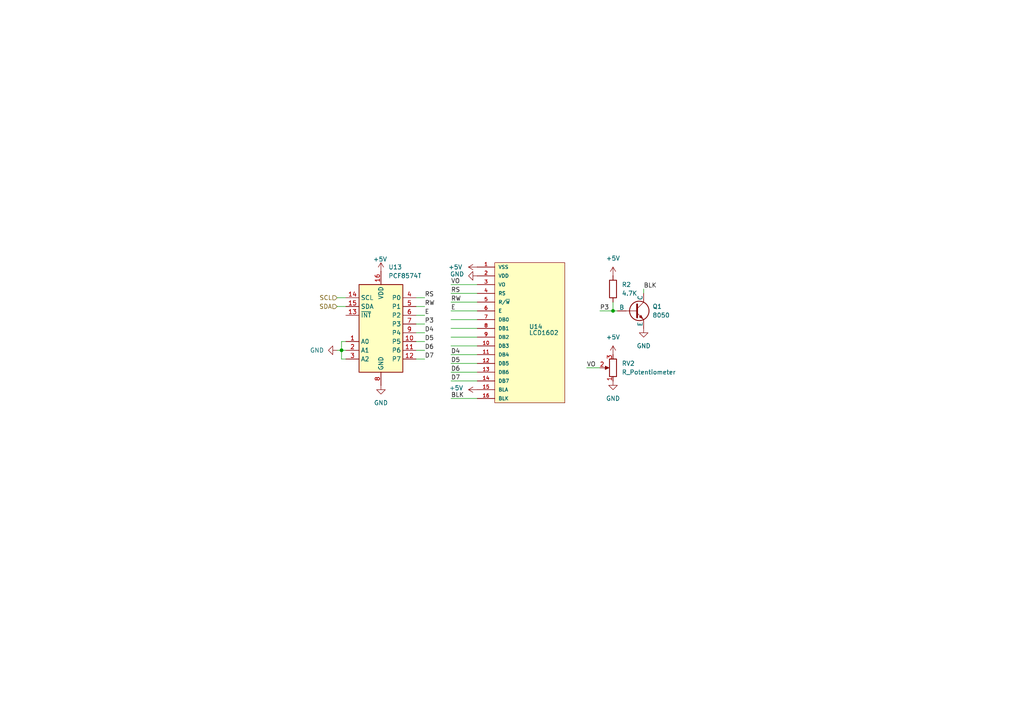
<source format=kicad_sch>
(kicad_sch (version 20250114) (generator "eeschema") (generator_version "9.0")
  (paper "A4")
  (title_block (title "I2C-Serial-Interface-1602-LCD-Module"))
  (lib_symbols
    (symbol "Device:R" (pin_numbers (hide yes)) (pin_names (offset 0))
      (property "Reference" "R" (at 2.032 0 90))
      (property "Value" "R" (at 0 0 90))
      (symbol "R_0_1"
        (rectangle (start -1.016 -2.54) (end 1.016 2.54) (stroke (width 0.254)))
      )
      (symbol "R_1_1"
        (pin passive line (at 0 3.81 270) (length 1.27) (name "~") (number "1"))
        (pin passive line (at 0 -3.81 90) (length 1.27) (name "~") (number "2"))
      )
    )
    (symbol "Device:R_Potentiometer" (pin_names (offset 1.016) (hide yes))
      (property "Reference" "RV" (at -4.445 0 90))
      (property "Value" "R_Potentiometer" (at -2.54 0 90))
      (symbol "R_Potentiometer_0_1"
        (rectangle (start 1.016 2.54) (end -1.016 -2.54) (stroke (width 0.254)))
        (polyline (pts (xy 1.143 0) (xy 2.286 0.508) (xy 2.286 -0.508) (xy 1.143 0)) (fill (type outline)))
        (polyline (pts (xy 2.54 0) (xy 1.524 0)))
      )
      (symbol "R_Potentiometer_1_1"
        (pin passive line (at 0 3.81 270) (length 1.27) (name "1") (number "1"))
        (pin passive line (at 0 -3.81 90) (length 1.27) (name "3") (number "3"))
        (pin passive line (at 3.81 0 180) (length 1.27) (name "2") (number "2"))
      )
    )
    (symbol "Interface_Expansion:PCF8574T"
      (property "Reference" "U" (at -6.35 12.954 0))
      (property "Value" "PCF8574T" (at 3.048 12.954 0))
      (symbol "PCF8574T_0_1"
        (rectangle (start -6.35 -13.97) (end 6.35 11.43) (stroke (width 0.254)) (fill (type background)))
      )
      (symbol "PCF8574T_1_1"
        (pin input line (at -10.16 7.62 0) (length 3.81) (name "SCL") (number "14"))
        (pin bidirectional line (at -10.16 5.08 0) (length 3.81) (name "SDA") (number "15"))
        (pin open_collector line (at -10.16 2.54 0) (length 3.81) (name "~{INT}") (number "13"))
        (pin input line (at -10.16 -5.08 0) (length 3.81) (name "A0") (number "1"))
        (pin input line (at -10.16 -7.62 0) (length 3.81) (name "A1") (number "2"))
        (pin input line (at -10.16 -10.16 0) (length 3.81) (name "A2") (number "3"))
        (pin power_in line (at 0 15.24 270) (length 3.81) (name "VDD") (number "16"))
        (pin power_in line (at 0 -17.78 90) (length 3.81) (name "GND") (number "8"))
        (pin bidirectional line (at 10.16 7.62 180) (length 3.81) (name "P0") (number "4"))
        (pin bidirectional line (at 10.16 5.08 180) (length 3.81) (name "P1") (number "5"))
        (pin bidirectional line (at 10.16 2.54 180) (length 3.81) (name "P2") (number "6"))
        (pin bidirectional line (at 10.16 0 180) (length 3.81) (name "P3") (number "7"))
        (pin bidirectional line (at 10.16 -2.54 180) (length 3.81) (name "P4") (number "9"))
        (pin bidirectional line (at 10.16 -5.08 180) (length 3.81) (name "P5") (number "10"))
        (pin bidirectional line (at 10.16 -7.62 180) (length 3.81) (name "P6") (number "11"))
        (pin bidirectional line (at 10.16 -10.16 180) (length 3.81) (name "P7") (number "12"))
      )
    )
    (symbol "LCD1602:LCD1602" (pin_names (offset 1.016))
      (property "Reference" "U" (at -10.16 21.082 0))
      (property "Value" "LCD1602" (at -10.16 -22.86 0))
      (symbol "LCD1602_0_0"
        (rectangle (start -10.16 20.32) (end 10.16 -20.32) (stroke (width 0.1524)) (fill (type background)))
        (pin power_in line (at -15.24 16.51 0) (length 5.08) (name "VDD") (number "2"))
        (pin input line (at -15.24 13.97 0) (length 5.08) (name "VO") (number "3"))
        (pin bidirectional line (at -15.24 11.43 0) (length 5.08) (name "RS") (number "4"))
        (pin bidirectional line (at -15.24 8.89 0) (length 5.08) (name "R/~{W}") (number "5"))
        (pin input line (at -15.24 6.35 0) (length 5.08) (name "E") (number "6"))
        (pin bidirectional line (at -15.24 3.81 0) (length 5.08) (name "DB0") (number "7"))
        (pin bidirectional line (at -15.24 1.27 0) (length 5.08) (name "DB1") (number "8"))
        (pin bidirectional line (at -15.24 -1.27 0) (length 5.08) (name "DB2") (number "9"))
        (pin bidirectional line (at -15.24 -3.81 0) (length 5.08) (name "DB3") (number "10"))
        (pin bidirectional line (at -15.24 -6.35 0) (length 5.08) (name "DB4") (number "11"))
        (pin bidirectional line (at -15.24 -8.89 0) (length 5.08) (name "DB5") (number "12"))
        (pin bidirectional line (at -15.24 -11.43 0) (length 5.08) (name "DB6") (number "13"))
        (pin bidirectional line (at -15.24 -13.97 0) (length 5.08) (name "DB7") (number "14"))
      )
      (symbol "LCD1602_1_0"
        (pin power_in line (at -15.24 19.05 0) (length 5.08) (name "VSS") (number "1"))
        (pin output line (at -15.24 -16.51 0) (length 5.08) (name "BLA") (number "15"))
        (pin output line (at -15.24 -19.05 0) (length 5.08) (name "BLK") (number "16"))
      )
    )
    (symbol "Transistor_BJT:S8050" (pin_numbers (hide yes)) (pin_names (offset 0))
      (property "Reference" "Q" (at 5.08 1.905 0))
      (property "Value" "S8050" (at 5.08 0 0))
      (symbol "S8050_0_1"
        (polyline (pts (xy -2.54 0) (xy 0.635 0)))
        (polyline (pts (xy 0.635 1.905) (xy 0.635 -1.905)) (stroke (width 0.508)))
        (circle (center 1.27 0) (radius 2.8194) (stroke (width 0.254)))
      )
      (symbol "S8050_1_1"
        (polyline (pts (xy 0.635 0.635) (xy 2.54 2.54)))
        (polyline (pts (xy 0.635 -0.635) (xy 2.54 -2.54)))
        (polyline (pts (xy 1.27 -1.778) (xy 1.778 -1.27) (xy 2.286 -2.286) (xy 1.27 -1.778)) (fill (type outline)))
        (pin input line (at -5.08 0 0) (length 2.54) (name "B") (number "2"))
        (pin passive line (at 2.54 5.08 270) (length 2.54) (name "C") (number "3"))
        (pin passive line (at 2.54 -5.08 90) (length 2.54) (name "E") (number "1"))
      )
    )
    (symbol "power:+5V" (power) (pin_numbers (hide yes)) (pin_names (offset 0) (hide yes))
      (property "Value" "+5V" (at 0 3.556 0))
      (symbol "+5V_0_1"
        (polyline (pts (xy -0.762 1.27) (xy 0 2.54)))
        (polyline (pts (xy 0 2.54) (xy 0.762 1.27)))
        (polyline (pts (xy 0 0) (xy 0 2.54)))
      )
      (symbol "+5V_1_1"
        (pin power_in line (at 0 0 90) (length 0) (name "~") (number "1"))
      )
    )
    (symbol "power:GND" (power) (pin_numbers (hide yes)) (pin_names (offset 0) (hide yes))
      (property "Value" "GND" (at 0 -3.81 0))
      (symbol "GND_0_1"
        (polyline (pts (xy 0 0) (xy 0 -1.27) (xy 1.27 -1.27) (xy 0 -2.54) (xy -1.27 -1.27) (xy 0 -1.27)))
      )
      (symbol "GND_1_1"
        (pin power_in line (at 0 0 270) (length 0) (name "~") (number "1"))
      )
    )
  )
  (junction (at 177.8 90.17))
  (junction (at 99.06 101.6))
  (wire (pts (xy 123.19 104.14) (xy 120.65 104.14)))
  (wire (pts (xy 170.18 106.68) (xy 173.99 106.68)))
  (wire (pts (xy 130.81 110.49) (xy 138.43 110.49)))
  (wire (pts (xy 123.19 91.44) (xy 120.65 91.44)))
  (wire (pts (xy 130.81 82.55) (xy 138.43 82.55)))
  (wire (pts (xy 130.81 97.79) (xy 138.43 97.79)))
  (wire (pts (xy 130.81 105.41) (xy 138.43 105.41)))
  (wire (pts (xy 123.19 93.98) (xy 120.65 93.98)))
  (wire (pts (xy 100.33 99.06) (xy 99.06 99.06)))
  (wire (pts (xy 179.07 90.17) (xy 177.8 90.17)))
  (wire (pts (xy 100.33 104.14) (xy 99.06 104.14)))
  (wire (pts (xy 186.69 83.82) (xy 186.69 85.09)))
  (wire (pts (xy 123.19 99.06) (xy 120.65 99.06)))
  (wire (pts (xy 123.19 88.9) (xy 120.65 88.9)))
  (wire (pts (xy 130.81 100.33) (xy 138.43 100.33)))
  (wire (pts (xy 97.79 86.36) (xy 100.33 86.36)))
  (wire (pts (xy 130.81 102.87) (xy 138.43 102.87)))
  (wire (pts (xy 99.06 101.6) (xy 100.33 101.6)))
  (wire (pts (xy 177.8 87.63) (xy 177.8 90.17)))
  (wire (pts (xy 130.81 87.63) (xy 138.43 87.63)))
  (wire (pts (xy 130.81 107.95) (xy 138.43 107.95)))
  (wire (pts (xy 99.06 99.06) (xy 99.06 101.6)))
  (wire (pts (xy 123.19 101.6) (xy 120.65 101.6)))
  (wire (pts (xy 99.06 101.6) (xy 97.79 101.6)))
  (wire (pts (xy 130.81 115.57) (xy 138.43 115.57)))
  (wire (pts (xy 99.06 104.14) (xy 99.06 101.6)))
  (wire (pts (xy 130.81 92.71) (xy 138.43 92.71)))
  (wire (pts (xy 130.81 90.17) (xy 138.43 90.17)))
  (wire (pts (xy 130.81 85.09) (xy 138.43 85.09)))
  (wire (pts (xy 173.99 90.17) (xy 177.8 90.17)))
  (wire (pts (xy 123.19 86.36) (xy 120.65 86.36)))
  (wire (pts (xy 130.81 95.25) (xy 138.43 95.25)))
  (wire (pts (xy 97.79 88.9) (xy 100.33 88.9)))
  (wire (pts (xy 123.19 96.52) (xy 120.65 96.52)))
  (label "RW" (at 130.81 87.63 0))
  (label "D6" (at 123.19 101.6 0))
  (label "BLK" (at 130.81 115.57 0))
  (label "D4" (at 130.81 102.87 0))
  (label "D5" (at 130.81 105.41 0))
  (label "D6" (at 130.81 107.95 0))
  (label "RS" (at 123.19 86.36 0))
  (label "RW" (at 123.19 88.9 0))
  (label "D7" (at 130.81 110.49 0))
  (label "D4" (at 123.19 96.52 0))
  (label "RS" (at 130.81 85.09 0))
  (label "D5" (at 123.19 99.06 0))
  (label "P3" (at 123.19 93.98 0))
  (label "E" (at 123.19 91.44 0))
  (label "E" (at 130.81 90.17 0))
  (label "D7" (at 123.19 104.14 0))
  (label "BLK" (at 186.69 83.82 0))
  (label "VO" (at 130.81 82.55 0))
  (label "P3" (at 173.99 90.17 0))
  (label "VO" (at 170.18 106.68 0))
  (hierarchical_label "SDA" (shape input) (at 97.79 88.9 180))
  (hierarchical_label "SCL" (shape input) (at 97.79 86.36 180))
  (symbol (lib_id "power:+5V") (at 138.43 113.03 90) (unit 1)
    (property "Reference" "#PWR016" (effects (hide yes)))
    (property "Value" "+5V" (at 134.366 112.522 90) (effects (justify left)))
    (property "Description" "Power symbol creates a global label with name \"+5V\"" (effects (hide yes)))
  )
  (symbol (lib_id "power:GND") (at 110.49 111.76 0) (unit 1)
    (property "Reference" "#PWR013" (effects (hide yes)))
    (property "Value" "GND" (at 110.49 116.84 0))
    (property "Description" "Power symbol creates a global label with name \"GND\" , ground" (effects (hide yes)))
  )
  (symbol (lib_id "power:+5V") (at 177.8 80.01 0) (unit 1)
    (property "Reference" "#PWR017" (effects (hide yes)))
    (property "Value" "+5V" (at 177.8 74.93 0))
    (property "Description" "Power symbol creates a global label with name \"+5V\"" (effects (hide yes)))
  )
  (symbol (lib_id "power:GND") (at 138.43 80.01 270) (unit 1)
    (property "Reference" "#PWR015" (effects (hide yes)))
    (property "Value" "GND" (at 134.62 79.502 90) (effects (justify right)))
    (property "Description" "Power symbol creates a global label with name \"GND\" , ground" (effects (hide yes)))
  )
  (symbol (lib_id "power:GND") (at 186.69 95.25 0) (unit 1)
    (property "Reference" "#PWR020" (effects (hide yes)))
    (property "Value" "GND" (at 186.69 100.33 0))
    (property "Description" "Power symbol creates a global label with name \"GND\" , ground" (effects (hide yes)))
  )
  (symbol (lib_id "Device:R_Potentiometer") (at 177.8 106.68 180) (unit 1)
    (property "Reference" "RV2" (at 180.34 105.4099 0) (effects (justify right)))
    (property "Value" "R_Potentiometer" (at 180.34 107.9499 0) (effects (justify right)))
    (property "Description" "Potentiometer" (effects (hide yes)))
  )
  (symbol (lib_id "power:+5V") (at 138.43 77.47 90) (unit 1)
    (property "Reference" "#PWR014" (effects (hide yes)))
    (property "Value" "+5V" (at 134.112 77.47 90) (effects (justify left)))
    (property "Description" "Power symbol creates a global label with name \"+5V\"" (effects (hide yes)))
  )
  (symbol (lib_id "power:GND") (at 97.79 101.6 270) (unit 1)
    (property "Reference" "#PWR011" (effects (hide yes)))
    (property "Value" "GND" (at 93.98 101.5999 90) (effects (justify right)))
    (property "Description" "Power symbol creates a global label with name \"GND\" , ground" (effects (hide yes)))
  )
  (symbol (lib_id "power:+5V") (at 110.49 78.74 0) (unit 1)
    (property "Reference" "#PWR012" (effects (hide yes)))
    (property "Value" "+5V" (at 108.204 75.184 0) (effects (justify left)))
    (property "Description" "Power symbol creates a global label with name \"+5V\"" (effects (hide yes)))
  )
  (symbol (lib_id "Device:R") (at 177.8 83.82 0) (unit 1)
    (property "Reference" "R2" (at 180.34 82.5499 0) (effects (justify left)))
    (property "Value" "4.7K" (at 180.34 85.0899 0) (effects (justify left)))
    (property "Description" "Resistor" (effects (hide yes)))
  )
  (symbol (lib_id "power:GND") (at 177.8 110.49 0) (unit 1)
    (property "Reference" "#PWR019" (effects (hide yes)))
    (property "Value" "GND" (at 177.8 115.57 0))
    (property "Description" "Power symbol creates a global label with name \"GND\" , ground" (effects (hide yes)))
  )
  (symbol (lib_id "Transistor_BJT:S8050") (at 184.15 90.17 0) (unit 1)
    (property "Reference" "Q1" (at 189.23 88.8999 0) (effects (justify left)))
    (property "Value" "8050" (at 189.23 91.4399 0) (effects (justify left)))
    (property "Footprint" "Package_TO_SOT_THT:TO-92_Inline" (effects (hide yes)))
    (property "Datasheet" "http://www.unisonic.com.tw/datasheet/S8050.pdf" (effects (hide yes)))
    (property "Description" "0.7A Ic, 20V Vce, Low Voltage High Current NPN Transistor, TO-92" (effects (hide yes)))
  )
  (symbol (lib_id "Interface_Expansion:PCF8574T") (at 110.49 93.98 0) (unit 1)
    (property "Reference" "U13" (at 112.6333 77.47 0) (effects (justify left)))
    (property "Value" "PCF8574T" (at 112.6333 80.01 0) (effects (justify left)))
    (property "Footprint" "Package_SO:SOIC-16W_7.5x10.3mm_P1.27mm" (effects (hide yes)))
    (property "Datasheet" "http://www.nxp.com/docs/en/data-sheet/PCF8574_PCF8574A.pdf" (effects (hide yes)))
    (property "Description" "8 Bit Port/Expander to I2C Bus, fixed address bits 0b0100, SOIC-16" (effects (hide yes)))
  )
  (symbol (lib_id "LCD1602:LCD1602") (at 153.67 96.52 0) (unit 1)
    (property "Reference" "U14" (at 153.416 94.742 0) (effects (justify left)))
    (property "Value" "LCD1602" (at 153.416 96.52 0) (effects (justify left)))
    (property "Footprint" "RC1602B-BIW-CSV:LCD_RC1602B-BIW-CSV" (effects (hide yes)))
    (property "Description" "Display: LCD; alphanumeric; STN Negative; 16x2; blue; LED; PIN: 16" (effects (hide yes)))
  )
  (symbol (lib_id "power:+5V") (at 177.8 102.87 0) (unit 1)
    (property "Reference" "#PWR018" (effects (hide yes)))
    (property "Value" "+5V" (at 177.8 97.79 0))
    (property "Description" "Power symbol creates a global label with name \"+5V\"" (effects (hide yes)))
  )
)
</source>
